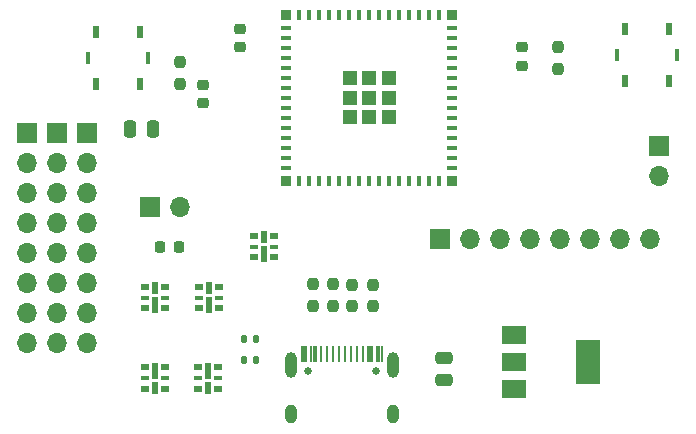
<source format=gbr>
%TF.GenerationSoftware,KiCad,Pcbnew,(6.0.4)*%
%TF.CreationDate,2022-06-24T22:40:59+02:00*%
%TF.ProjectId,ESP32_robot,45535033-325f-4726-9f62-6f742e6b6963,rev?*%
%TF.SameCoordinates,Original*%
%TF.FileFunction,Soldermask,Top*%
%TF.FilePolarity,Negative*%
%FSLAX46Y46*%
G04 Gerber Fmt 4.6, Leading zero omitted, Abs format (unit mm)*
G04 Created by KiCad (PCBNEW (6.0.4)) date 2022-06-24 22:40:59*
%MOMM*%
%LPD*%
G01*
G04 APERTURE LIST*
G04 Aperture macros list*
%AMRoundRect*
0 Rectangle with rounded corners*
0 $1 Rounding radius*
0 $2 $3 $4 $5 $6 $7 $8 $9 X,Y pos of 4 corners*
0 Add a 4 corners polygon primitive as box body*
4,1,4,$2,$3,$4,$5,$6,$7,$8,$9,$2,$3,0*
0 Add four circle primitives for the rounded corners*
1,1,$1+$1,$2,$3*
1,1,$1+$1,$4,$5*
1,1,$1+$1,$6,$7*
1,1,$1+$1,$8,$9*
0 Add four rect primitives between the rounded corners*
20,1,$1+$1,$2,$3,$4,$5,0*
20,1,$1+$1,$4,$5,$6,$7,0*
20,1,$1+$1,$6,$7,$8,$9,0*
20,1,$1+$1,$8,$9,$2,$3,0*%
G04 Aperture macros list end*
%ADD10RoundRect,0.225000X-0.250000X0.225000X-0.250000X-0.225000X0.250000X-0.225000X0.250000X0.225000X0*%
%ADD11C,0.670000*%
%ADD12R,0.250000X1.450000*%
%ADD13R,0.300000X1.450000*%
%ADD14RoundRect,0.500000X0.000000X-0.600000X0.000000X-0.600000X0.000000X0.600000X0.000000X0.600000X0*%
%ADD15RoundRect,0.500000X0.000000X-0.300000X0.000000X-0.300000X0.000000X0.300000X0.000000X0.300000X0*%
%ADD16RoundRect,0.237500X0.237500X-0.250000X0.237500X0.250000X-0.237500X0.250000X-0.237500X-0.250000X0*%
%ADD17R,1.700000X1.700000*%
%ADD18O,1.700000X1.700000*%
%ADD19R,0.812800X0.406400*%
%ADD20R,0.406400X0.812800*%
%ADD21R,1.193800X1.193800*%
%ADD22R,0.812800X0.812800*%
%ADD23RoundRect,0.250000X-0.250000X-0.475000X0.250000X-0.475000X0.250000X0.475000X-0.250000X0.475000X0*%
%ADD24R,2.000000X1.500000*%
%ADD25R,2.000000X3.800000*%
%ADD26RoundRect,0.250000X-0.475000X0.250000X-0.475000X-0.250000X0.475000X-0.250000X0.475000X0.250000X0*%
%ADD27RoundRect,0.135000X0.135000X0.185000X-0.135000X0.185000X-0.135000X-0.185000X0.135000X-0.185000X0*%
%ADD28R,0.500000X1.000000*%
%ADD29R,0.800000X0.500000*%
%ADD30R,0.800000X0.300000*%
%ADD31R,0.500000X1.480000*%
%ADD32R,0.450000X1.000000*%
%ADD33R,0.600000X1.000000*%
%ADD34RoundRect,0.218750X0.218750X0.256250X-0.218750X0.256250X-0.218750X-0.256250X0.218750X-0.256250X0*%
%ADD35RoundRect,0.135000X-0.135000X-0.185000X0.135000X-0.185000X0.135000X0.185000X-0.135000X0.185000X0*%
%ADD36RoundRect,0.225000X0.250000X-0.225000X0.250000X0.225000X-0.250000X0.225000X-0.250000X-0.225000X0*%
G04 APERTURE END LIST*
D10*
%TO.C,C3*%
X95732600Y-47244000D03*
X95732600Y-48794000D03*
%TD*%
D11*
%TO.C,J1*%
X107268600Y-76225400D03*
X101468600Y-76225400D03*
D12*
X100993600Y-74775400D03*
X101793600Y-74775400D03*
X103118600Y-74775400D03*
X104118600Y-74775400D03*
X104618600Y-74775400D03*
X105618600Y-74775400D03*
X106943600Y-74775400D03*
X107743600Y-74775400D03*
D13*
X107468600Y-74775400D03*
X106668600Y-74775400D03*
D12*
X106118600Y-74775400D03*
X105118600Y-74775400D03*
X103618600Y-74775400D03*
X102618600Y-74775400D03*
D13*
X102068600Y-74775400D03*
X101268600Y-74775400D03*
D14*
X108688600Y-75695400D03*
D15*
X108688600Y-79875400D03*
D14*
X100048600Y-75695400D03*
D15*
X100048600Y-79875400D03*
%TD*%
D16*
%TO.C,R5*%
X122645750Y-50630100D03*
X122645750Y-48805100D03*
%TD*%
D17*
%TO.C,J4*%
X82800000Y-56050000D03*
D18*
X82800000Y-58590000D03*
X82800000Y-61130000D03*
X82800000Y-63670000D03*
X82800000Y-66210000D03*
X82800000Y-68750000D03*
X82800000Y-71290000D03*
X82800000Y-73830000D03*
%TD*%
D19*
%TO.C,U1*%
X99680001Y-47138514D03*
X99680001Y-47988515D03*
X99680001Y-48838515D03*
X99680001Y-49688514D03*
X99680001Y-50538515D03*
X99680001Y-51388515D03*
X99680001Y-52238514D03*
X99680001Y-53088515D03*
X99680001Y-53938515D03*
X99680001Y-54788514D03*
X99680001Y-55638515D03*
X99680001Y-56488515D03*
X99680001Y-57338514D03*
X99680001Y-58188515D03*
X99680001Y-59038515D03*
D20*
X100729999Y-60088513D03*
X101580000Y-60088513D03*
X102430001Y-60088513D03*
X103279999Y-60088513D03*
X104130000Y-60088513D03*
X104980001Y-60088513D03*
X105829999Y-60088513D03*
X106680000Y-60088513D03*
X107530001Y-60088513D03*
X108379999Y-60088513D03*
X109230000Y-60088513D03*
X110080001Y-60088513D03*
X110929999Y-60088513D03*
X111780000Y-60088513D03*
X112630001Y-60088513D03*
D19*
X113679999Y-59038515D03*
X113679999Y-58188515D03*
X113679999Y-57338514D03*
X113679999Y-56488515D03*
X113679999Y-55638515D03*
X113679999Y-54788514D03*
X113679999Y-53938515D03*
X113679999Y-53088515D03*
X113679999Y-52238514D03*
X113679999Y-51388515D03*
X113679999Y-50538515D03*
X113679999Y-49688514D03*
X113679999Y-48838515D03*
X113679999Y-47988515D03*
X113679999Y-47138514D03*
D20*
X112630001Y-46088516D03*
X111780000Y-46088516D03*
X110929999Y-46088516D03*
X110080001Y-46088516D03*
X109230000Y-46088516D03*
X108379999Y-46088516D03*
X107530001Y-46088516D03*
X106680000Y-46088516D03*
X105829999Y-46088516D03*
X104980001Y-46088516D03*
X104130000Y-46088516D03*
X103279999Y-46088516D03*
X102430001Y-46088516D03*
X101580000Y-46088516D03*
X100729999Y-46088516D03*
D21*
X106680000Y-53088515D03*
D22*
X99680001Y-46088516D03*
X99680001Y-60088516D03*
X113679999Y-60088516D03*
X113679999Y-46088516D03*
D21*
X105030000Y-51438515D03*
X106680000Y-51438515D03*
X108330000Y-51438515D03*
X105030000Y-53088515D03*
X108330000Y-53088515D03*
X105030000Y-54738515D03*
X106680000Y-54738515D03*
X108330000Y-54738515D03*
%TD*%
D23*
%TO.C,C2*%
X86450000Y-55700000D03*
X88350000Y-55700000D03*
%TD*%
D16*
%TO.C,R3*%
X101904800Y-70704100D03*
X101904800Y-68879100D03*
%TD*%
D24*
%TO.C,U2*%
X118917800Y-73140400D03*
X118917800Y-75440400D03*
X118917800Y-77740400D03*
D25*
X125217800Y-75440400D03*
%TD*%
D26*
%TO.C,C1*%
X113000000Y-75100000D03*
X113000000Y-77000000D03*
%TD*%
D17*
%TO.C,J3*%
X131200000Y-57200000D03*
D18*
X131200000Y-59740000D03*
%TD*%
D27*
%TO.C,R8*%
X97120000Y-75300000D03*
X96100000Y-75300000D03*
%TD*%
D28*
%TO.C,D2*%
X93100000Y-69170000D03*
D29*
X92250000Y-69100000D03*
D30*
X92250000Y-70000000D03*
D29*
X92250000Y-70900000D03*
X93950000Y-70900000D03*
D30*
X93950000Y-70000000D03*
D29*
X93950000Y-69100000D03*
D31*
X93100000Y-70590000D03*
%TD*%
D16*
%TO.C,R1*%
X103581200Y-70706000D03*
X103581200Y-68881000D03*
%TD*%
%TO.C,R6*%
X90627200Y-51888400D03*
X90627200Y-50063400D03*
%TD*%
D17*
%TO.C,J2*%
X112650000Y-65000000D03*
D18*
X115190000Y-65000000D03*
X117730000Y-65000000D03*
X120270000Y-65000000D03*
X122810000Y-65000000D03*
X125350000Y-65000000D03*
X127890000Y-65000000D03*
X130430000Y-65000000D03*
%TD*%
D32*
%TO.C,SW2*%
X82895200Y-49707800D03*
X87945200Y-49707800D03*
D33*
X83570200Y-51907800D03*
X83570200Y-47507800D03*
X87270200Y-51907800D03*
X87270200Y-47507800D03*
%TD*%
D32*
%TO.C,SW1*%
X132714550Y-49463600D03*
X127664550Y-49463600D03*
D33*
X132039550Y-51663600D03*
X132039550Y-47263600D03*
X128339550Y-51663600D03*
X128339550Y-47263600D03*
%TD*%
D28*
%TO.C,D3*%
X88550000Y-69180000D03*
D29*
X87700000Y-69110000D03*
D30*
X87700000Y-70010000D03*
D29*
X87700000Y-70910000D03*
X89400000Y-70910000D03*
D30*
X89400000Y-70010000D03*
D31*
X88550000Y-70600000D03*
D29*
X89400000Y-69110000D03*
%TD*%
D28*
%TO.C,D4*%
X88550000Y-77630000D03*
D29*
X89400000Y-77700000D03*
D30*
X89400000Y-76800000D03*
D29*
X89400000Y-75900000D03*
X87700000Y-75900000D03*
D30*
X87700000Y-76800000D03*
D31*
X88550000Y-76210000D03*
D29*
X87700000Y-77700000D03*
%TD*%
D17*
%TO.C,5V1*%
X80240000Y-56060000D03*
D18*
X80240000Y-58600000D03*
X80240000Y-61140000D03*
X80240000Y-63680000D03*
X80240000Y-66220000D03*
X80240000Y-68760000D03*
X80240000Y-71300000D03*
X80240000Y-73840000D03*
%TD*%
D34*
%TO.C,D6*%
X90577500Y-65690000D03*
X89002500Y-65690000D03*
%TD*%
D28*
%TO.C,D1*%
X97750000Y-64870000D03*
D29*
X96900000Y-64800000D03*
D30*
X96900000Y-65700000D03*
D29*
X96900000Y-66600000D03*
X98600000Y-66600000D03*
D30*
X98600000Y-65700000D03*
D29*
X98600000Y-64800000D03*
D31*
X97750000Y-66290000D03*
%TD*%
D17*
%TO.C,J5*%
X88125000Y-62340000D03*
D18*
X90665000Y-62340000D03*
%TD*%
D35*
%TO.C,R7*%
X96045000Y-73500000D03*
X97065000Y-73500000D03*
%TD*%
D10*
%TO.C,C4*%
X119623150Y-48815600D03*
X119623150Y-50365600D03*
%TD*%
D16*
%TO.C,R2*%
X105257600Y-70735200D03*
X105257600Y-68910200D03*
%TD*%
D17*
%TO.C,G1*%
X77680000Y-56060000D03*
D18*
X77680000Y-58600000D03*
X77680000Y-61140000D03*
X77680000Y-63680000D03*
X77680000Y-66220000D03*
X77680000Y-68760000D03*
X77680000Y-71300000D03*
X77680000Y-73840000D03*
%TD*%
D29*
%TO.C,D5*%
X93900000Y-77700000D03*
D28*
X93050000Y-77630000D03*
D30*
X93900000Y-76800000D03*
D29*
X93900000Y-75900000D03*
X92200000Y-75900000D03*
D30*
X92200000Y-76800000D03*
D29*
X92200000Y-77700000D03*
D31*
X93050000Y-76210000D03*
%TD*%
D36*
%TO.C,C5*%
X92583000Y-53518400D03*
X92583000Y-51968400D03*
%TD*%
D16*
%TO.C,R4*%
X107010200Y-70754900D03*
X107010200Y-68929900D03*
%TD*%
M02*

</source>
